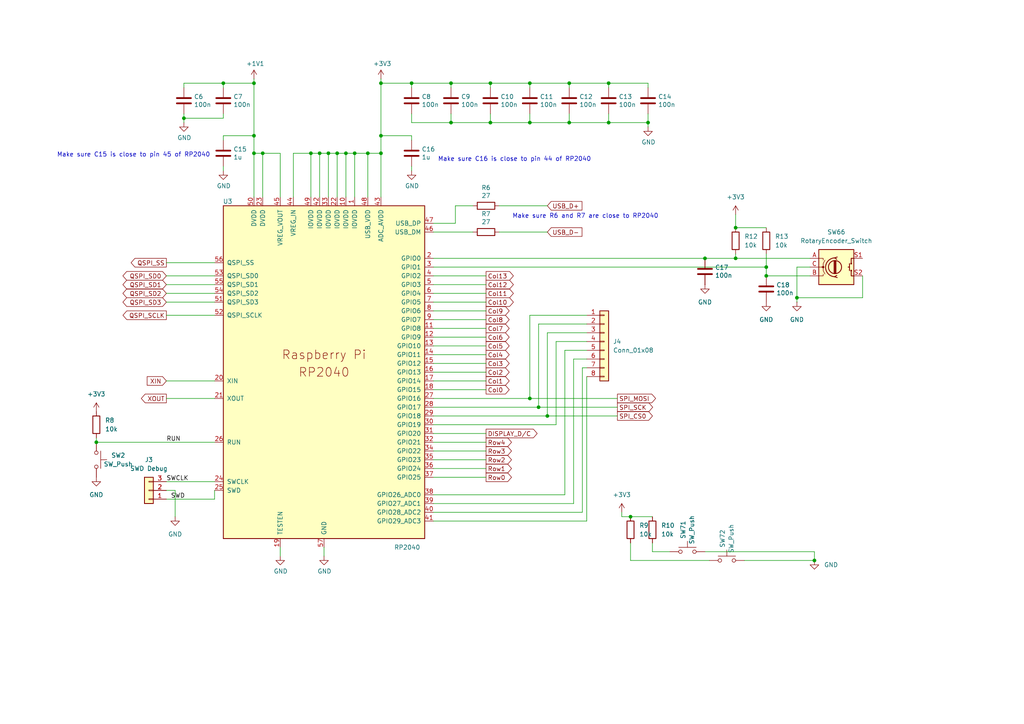
<source format=kicad_sch>
(kicad_sch (version 20250114) (generator "eeschema") (generator_version "9.0")
  (paper "A4")
  (lib_symbols
    (symbol "Connector_Generic:Conn_01x03" (pin_names (offset 1.016) (hide yes))
      (property "Reference" "J" (at 0 5.08 0))
      (property "Value" "Conn_01x03" (at 0 -5.08 0))
      (symbol "Conn_01x03_1_1"
        (rectangle (start -1.27 3.81) (end 1.27 -3.81) (stroke (width 0.254)) (fill (type background)))
        (rectangle (start -1.27 2.667) (end 0 2.413) (stroke (width 0.1524)))
        (rectangle (start -1.27 0.127) (end 0 -0.127) (stroke (width 0.1524)))
        (rectangle (start -1.27 -2.413) (end 0 -2.667) (stroke (width 0.1524)))
        (pin passive line (at -5.08 2.54 0) (length 3.81) (name "Pin_1") (number "1"))
        (pin passive line (at -5.08 0 0) (length 3.81) (name "Pin_2") (number "2"))
        (pin passive line (at -5.08 -2.54 0) (length 3.81) (name "Pin_3") (number "3"))
      )
    )
    (symbol "Connector_Generic:Conn_01x08" (pin_names (offset 1.016) (hide yes))
      (property "Reference" "J" (at 0 10.16 0))
      (property "Value" "Conn_01x08" (at 0 -12.7 0))
      (symbol "Conn_01x08_1_1"
        (rectangle (start -1.27 8.89) (end 1.27 -11.43) (stroke (width 0.254)) (fill (type background)))
        (rectangle (start -1.27 7.747) (end 0 7.493) (stroke (width 0.1524)))
        (rectangle (start -1.27 5.207) (end 0 4.953) (stroke (width 0.1524)))
        (rectangle (start -1.27 2.667) (end 0 2.413) (stroke (width 0.1524)))
        (rectangle (start -1.27 0.127) (end 0 -0.127) (stroke (width 0.1524)))
        (rectangle (start -1.27 -2.413) (end 0 -2.667) (stroke (width 0.1524)))
        (rectangle (start -1.27 -4.953) (end 0 -5.207) (stroke (width 0.1524)))
        (rectangle (start -1.27 -7.493) (end 0 -7.747) (stroke (width 0.1524)))
        (rectangle (start -1.27 -10.033) (end 0 -10.287) (stroke (width 0.1524)))
        (pin passive line (at -5.08 7.62 0) (length 3.81) (name "Pin_1") (number "1"))
        (pin passive line (at -5.08 5.08 0) (length 3.81) (name "Pin_2") (number "2"))
        (pin passive line (at -5.08 2.54 0) (length 3.81) (name "Pin_3") (number "3"))
        (pin passive line (at -5.08 0 0) (length 3.81) (name "Pin_4") (number "4"))
        (pin passive line (at -5.08 -2.54 0) (length 3.81) (name "Pin_5") (number "5"))
        (pin passive line (at -5.08 -5.08 0) (length 3.81) (name "Pin_6") (number "6"))
        (pin passive line (at -5.08 -7.62 0) (length 3.81) (name "Pin_7") (number "7"))
        (pin passive line (at -5.08 -10.16 0) (length 3.81) (name "Pin_8") (number "8"))
      )
    )
    (symbol "Device:C" (pin_numbers (hide yes)) (pin_names (offset 0.254))
      (property "Reference" "C" (at 0.635 2.54 0))
      (property "Value" "C" (at 0.635 -2.54 0))
      (symbol "C_0_1"
        (polyline (pts (xy -2.032 0.762) (xy 2.032 0.762)) (stroke (width 0.508)))
        (polyline (pts (xy -2.032 -0.762) (xy 2.032 -0.762)) (stroke (width 0.508)))
      )
      (symbol "C_1_1"
        (pin passive line (at 0 3.81 270) (length 2.794) (name "~") (number "1"))
        (pin passive line (at 0 -3.81 90) (length 2.794) (name "~") (number "2"))
      )
    )
    (symbol "Device:R" (pin_numbers (hide yes)) (pin_names (offset 0))
      (property "Reference" "R" (at 2.032 0 90))
      (property "Value" "R" (at 0 0 90))
      (symbol "R_0_1"
        (rectangle (start -1.016 -2.54) (end 1.016 2.54) (stroke (width 0.254)))
      )
      (symbol "R_1_1"
        (pin passive line (at 0 3.81 270) (length 1.27) (name "~") (number "1"))
        (pin passive line (at 0 -3.81 90) (length 1.27) (name "~") (number "2"))
      )
    )
    (symbol "Device:RotaryEncoder_Switch" (pin_names (offset 0.254) (hide yes))
      (property "Reference" "SW" (at 0 6.604 0))
      (property "Value" "RotaryEncoder_Switch" (at 0 -6.604 0))
      (symbol "RotaryEncoder_Switch_0_1"
        (rectangle (start -5.08 5.08) (end 5.08 -5.08) (stroke (width 0.254)) (fill (type background)))
        (polyline (pts (xy -5.08 2.54) (xy -3.81 2.54) (xy -3.81 2.032)))
        (polyline (pts (xy -5.08 0) (xy -3.81 0) (xy -3.81 -1.016) (xy -3.302 -2.032)))
        (polyline (pts (xy -5.08 -2.54) (xy -3.81 -2.54) (xy -3.81 -2.032)))
        (polyline (pts (xy -4.318 0) (xy -3.81 0) (xy -3.81 1.016) (xy -3.302 2.032)))
        (circle (center -3.81 0) (radius 0.254) (fill (type outline)))
        (polyline (pts (xy -0.635 -1.778) (xy -0.635 1.778)) (stroke (width 0.254)))
        (circle (center -0.381 0) (radius 1.905) (stroke (width 0.254)))
        (polyline (pts (xy -0.381 -1.778) (xy -0.381 1.778)) (stroke (width 0.254)))
        (arc (start -0.381 -2.794) (mid -3.0988 -0.0635) (end -0.381 2.667) (stroke (width 0.254)))
        (polyline (pts (xy -0.127 1.778) (xy -0.127 -1.778)) (stroke (width 0.254)))
        (polyline (pts (xy 0.254 2.921) (xy -0.508 2.667) (xy 0.127 2.286)) (stroke (width 0.254)))
        (polyline (pts (xy 0.254 -3.048) (xy -0.508 -2.794) (xy 0.127 -2.413)) (stroke (width 0.254)))
        (polyline (pts (xy 3.81 1.016) (xy 3.81 -1.016)) (stroke (width 0.254)))
        (polyline (pts (xy 3.81 0) (xy 3.429 0)) (stroke (width 0.254)))
        (circle (center 4.318 1.016) (radius 0.127) (stroke (width 0.254)))
        (circle (center 4.318 -1.016) (radius 0.127) (stroke (width 0.254)))
        (polyline (pts (xy 5.08 2.54) (xy 4.318 2.54) (xy 4.318 1.016)) (stroke (width 0.254)))
        (polyline (pts (xy 5.08 -2.54) (xy 4.318 -2.54) (xy 4.318 -1.016)) (stroke (width 0.254)))
      )
      (symbol "RotaryEncoder_Switch_1_1"
        (pin passive line (at -7.62 2.54 0) (length 2.54) (name "A") (number "A"))
        (pin passive line (at -7.62 0 0) (length 2.54) (name "C") (number "C"))
        (pin passive line (at -7.62 -2.54 0) (length 2.54) (name "B") (number "B"))
        (pin passive line (at 7.62 2.54 180) (length 2.54) (name "S1") (number "S1"))
        (pin passive line (at 7.62 -2.54 180) (length 2.54) (name "S2") (number "S2"))
      )
    )
    (symbol "GND_1" (power) (pin_numbers (hide yes)) (pin_names (offset 0) (hide yes))
      (property "Value" "GND" (at 0 -3.81 0))
      (symbol "GND_1_0_1"
        (polyline (pts (xy 0 0) (xy 0 -1.27) (xy 1.27 -1.27) (xy 0 -2.54) (xy -1.27 -1.27) (xy 0 -1.27)))
      )
      (symbol "GND_1_1_1"
        (pin power_in line (at 0 0 270) (length 0) (name "~") (number "1"))
      )
    )
    (symbol "MCU_RaspberryPi_RP2040:RP2040" (pin_names (offset 1.016))
      (property "Reference" "U" (at -29.21 49.53 0))
      (property "Value" "RP2040" (at 24.13 -49.53 0))
      (symbol "RP2040_0_0"
        (text "Raspberry Pi" (at 0 5.08 0) (effects (font (size 2.54 2.54))))
        (text "RP2040" (at 0 0 0) (effects (font (size 2.54 2.54))))
      )
      (symbol "RP2040_0_1"
        (rectangle (start 29.21 48.26) (end -29.21 -48.26) (stroke (width 0.254)) (fill (type background)))
      )
      (symbol "RP2040_1_1"
        (pin bidirectional line (at -31.75 31.75 0) (length 2.54) (name "QSPI_SS") (number "56"))
        (pin bidirectional line (at -31.75 27.94 0) (length 2.54) (name "QSPI_SD0") (number "53"))
        (pin bidirectional line (at -31.75 25.4 0) (length 2.54) (name "QSPI_SD1") (number "55"))
        (pin bidirectional line (at -31.75 22.86 0) (length 2.54) (name "QSPI_SD2") (number "54"))
        (pin bidirectional line (at -31.75 20.32 0) (length 2.54) (name "QSPI_SD3") (number "51"))
        (pin output line (at -31.75 16.51 0) (length 2.54) (name "QSPI_SCLK") (number "52"))
        (pin input line (at -31.75 -2.54 0) (length 2.54) (name "XIN") (number "20"))
        (pin passive line (at -31.75 -7.62 0) (length 2.54) (name "XOUT") (number "21"))
        (pin input line (at -31.75 -20.32 0) (length 2.54) (name "RUN") (number "26"))
        (pin output line (at -31.75 -31.75 0) (length 2.54) (name "SWCLK") (number "24"))
        (pin bidirectional line (at -31.75 -34.29 0) (length 2.54) (name "SWD") (number "25"))
        (pin power_in line (at -20.32 50.8 270) (length 2.54) (name "DVDD") (number "50"))
        (pin power_in line (at -17.78 50.8 270) (length 2.54) (name "DVDD") (number "23"))
        (pin power_out line (at -12.7 50.8 270) (length 2.54) (name "VREG_VOUT") (number "45"))
        (pin passive line (at -12.7 -50.8 90) (length 2.54) (name "TESTEN") (number "19"))
        (pin power_in line (at -8.89 50.8 270) (length 2.54) (name "VREG_IN") (number "44"))
        (pin power_in line (at -3.81 50.8 270) (length 2.54) (name "IOVDD") (number "49"))
        (pin power_in line (at -1.27 50.8 270) (length 2.54) (name "IOVDD") (number "42"))
        (pin power_in line (at 0 -50.8 90) (length 2.54) (name "GND") (number "57"))
        (pin power_in line (at 1.27 50.8 270) (length 2.54) (name "IOVDD") (number "33"))
        (pin power_in line (at 3.81 50.8 270) (length 2.54) (name "IOVDD") (number "22"))
        (pin power_in line (at 6.35 50.8 270) (length 2.54) (name "IOVDD") (number "10"))
        (pin power_in line (at 8.89 50.8 270) (length 2.54) (name "IOVDD") (number "1"))
        (pin power_in line (at 12.7 50.8 270) (length 2.54) (name "USB_VDD") (number "48"))
        (pin power_in line (at 16.51 50.8 270) (length 2.54) (name "ADC_AVDD") (number "43"))
        (pin bidirectional line (at 31.75 43.18 180) (length 2.54) (name "USB_DP") (number "47"))
        (pin bidirectional line (at 31.75 40.64 180) (length 2.54) (name "USB_DM") (number "46"))
        (pin bidirectional line (at 31.75 33.02 180) (length 2.54) (name "GPIO0") (number "2"))
        (pin bidirectional line (at 31.75 30.48 180) (length 2.54) (name "GPIO1") (number "3"))
        (pin bidirectional line (at 31.75 27.94 180) (length 2.54) (name "GPIO2") (number "4"))
        (pin bidirectional line (at 31.75 25.4 180) (length 2.54) (name "GPIO3") (number "5"))
        (pin bidirectional line (at 31.75 22.86 180) (length 2.54) (name "GPIO4") (number "6"))
        (pin bidirectional line (at 31.75 20.32 180) (length 2.54) (name "GPIO5") (number "7"))
        (pin bidirectional line (at 31.75 17.78 180) (length 2.54) (name "GPIO6") (number "8"))
        (pin bidirectional line (at 31.75 15.24 180) (length 2.54) (name "GPIO7") (number "9"))
        (pin bidirectional line (at 31.75 12.7 180) (length 2.54) (name "GPIO8") (number "11"))
        (pin bidirectional line (at 31.75 10.16 180) (length 2.54) (name "GPIO9") (number "12"))
        (pin bidirectional line (at 31.75 7.62 180) (length 2.54) (name "GPIO10") (number "13"))
        (pin bidirectional line (at 31.75 5.08 180) (length 2.54) (name "GPIO11") (number "14"))
        (pin bidirectional line (at 31.75 2.54 180) (length 2.54) (name "GPIO12") (number "15"))
        (pin bidirectional line (at 31.75 0 180) (length 2.54) (name "GPIO13") (number "16"))
        (pin bidirectional line (at 31.75 -2.54 180) (length 2.54) (name "GPIO14") (number "17"))
        (pin bidirectional line (at 31.75 -5.08 180) (length 2.54) (name "GPIO15") (number "18"))
        (pin bidirectional line (at 31.75 -7.62 180) (length 2.54) (name "GPIO16") (number "27"))
        (pin bidirectional line (at 31.75 -10.16 180) (length 2.54) (name "GPIO17") (number "28"))
        (pin bidirectional line (at 31.75 -12.7 180) (length 2.54) (name "GPIO18") (number "29"))
        (pin bidirectional line (at 31.75 -15.24 180) (length 2.54) (name "GPIO19") (number "30"))
        (pin bidirectional line (at 31.75 -17.78 180) (length 2.54) (name "GPIO20") (number "31"))
        (pin bidirectional line (at 31.75 -20.32 180) (length 2.54) (name "GPIO21") (number "32"))
        (pin bidirectional line (at 31.75 -22.86 180) (length 2.54) (name "GPIO22") (number "34"))
        (pin bidirectional line (at 31.75 -25.4 180) (length 2.54) (name "GPIO23") (number "35"))
        (pin bidirectional line (at 31.75 -27.94 180) (length 2.54) (name "GPIO24") (number "36"))
        (pin bidirectional line (at 31.75 -30.48 180) (length 2.54) (name "GPIO25") (number "37"))
        (pin bidirectional line (at 31.75 -35.56 180) (length 2.54) (name "GPIO26_ADC0") (number "38"))
        (pin bidirectional line (at 31.75 -38.1 180) (length 2.54) (name "GPIO27_ADC1") (number "39"))
        (pin bidirectional line (at 31.75 -40.64 180) (length 2.54) (name "GPIO28_ADC2") (number "40"))
        (pin bidirectional line (at 31.75 -43.18 180) (length 2.54) (name "GPIO29_ADC3") (number "41"))
      )
    )
    (symbol "Switch:SW_Push" (pin_numbers (hide yes)) (pin_names (offset 1.016) (hide yes))
      (property "Reference" "SW" (at 1.27 2.54 0))
      (property "Value" "SW_Push" (at 0 -1.524 0))
      (symbol "SW_Push_0_1"
        (circle (center -2.032 0) (radius 0.508))
        (polyline (pts (xy 0 1.27) (xy 0 3.048)))
        (circle (center 2.032 0) (radius 0.508))
        (polyline (pts (xy 2.54 1.27) (xy -2.54 1.27)))
        (pin passive line (at -5.08 0 0) (length 2.54) (name "1") (number "1"))
        (pin passive line (at 5.08 0 180) (length 2.54) (name "2") (number "2"))
      )
    )
    (symbol "power:+1V1" (power) (pin_names (offset 0))
      (property "Value" "+1V1" (at 0 3.556 0))
      (symbol "+1V1_0_1"
        (polyline (pts (xy -0.762 1.27) (xy 0 2.54)))
        (polyline (pts (xy 0 2.54) (xy 0.762 1.27)))
        (polyline (pts (xy 0 0) (xy 0 2.54)))
      )
      (symbol "+1V1_1_1"
        (pin power_in line (at 0 0 90) (length 0) (hide yes) (name "+1V1") (number "1"))
      )
    )
    (symbol "power:+3V3" (power) (pin_names (offset 0))
      (property "Value" "+3V3" (at 0 3.556 0))
      (symbol "+3V3_0_1"
        (polyline (pts (xy -0.762 1.27) (xy 0 2.54)))
        (polyline (pts (xy 0 2.54) (xy 0.762 1.27)))
        (polyline (pts (xy 0 0) (xy 0 2.54)))
      )
      (symbol "+3V3_1_1"
        (pin power_in line (at 0 0 90) (length 0) (hide yes) (name "+3V3") (number "1"))
      )
    )
    (symbol "power:GND" (power) (pin_names (offset 0))
      (property "Value" "GND" (at 0 -3.81 0))
      (symbol "GND_0_1"
        (polyline (pts (xy 0 0) (xy 0 -1.27) (xy 1.27 -1.27) (xy 0 -2.54) (xy -1.27 -1.27) (xy 0 -1.27)))
      )
      (symbol "GND_1_1"
        (pin power_in line (at 0 0 270) (length 0) (hide yes) (name "GND") (number "1"))
      )
    )
  )
  (text "Make sure C16 is close to pin 44 of RP2040" (at 127 46.99 0) (effects (font (size 1.27 1.27)) (justify left bottom)))
  (text "Make sure C15 is close to pin 45 of RP2040" (at 16.51 45.72 0) (effects (font (size 1.27 1.27)) (justify left bottom)))
  (text "Make sure R6 and R7 are close to RP2040" (at 148.59 63.5 0) (effects (font (size 1.27 1.27)) (justify left bottom)))
  (junction (at 102.87 44.45))
  (junction (at 73.66 24.13))
  (junction (at 176.53 24.13))
  (junction (at 236.22 162.56))
  (junction (at 64.77 24.13))
  (junction (at 142.24 35.56))
  (junction (at 165.1 35.56))
  (junction (at 213.36 66.04))
  (junction (at 153.67 115.57))
  (junction (at 130.81 24.13))
  (junction (at 130.81 35.56))
  (junction (at 73.66 44.45))
  (junction (at 204.47 74.93))
  (junction (at 92.71 44.45))
  (junction (at 153.67 24.13))
  (junction (at 95.25 44.45))
  (junction (at 119.38 24.13))
  (junction (at 222.25 77.47))
  (junction (at 27.94 128.27))
  (junction (at 73.66 39.37))
  (junction (at 110.49 44.45))
  (junction (at 156.21 118.11))
  (junction (at 231.14 86.36))
  (junction (at 158.75 120.65))
  (junction (at 110.49 39.37))
  (junction (at 182.88 149.86))
  (junction (at 110.49 24.13))
  (junction (at 97.79 44.45))
  (junction (at 142.24 24.13))
  (junction (at 153.67 35.56))
  (junction (at 76.2 44.45))
  (junction (at 106.68 44.45))
  (junction (at 100.33 44.45))
  (junction (at 213.36 74.93))
  (junction (at 187.96 35.56))
  (junction (at 176.53 35.56))
  (junction (at 53.34 34.29))
  (junction (at 90.17 44.45))
  (junction (at 222.25 80.01))
  (junction (at 165.1 24.13))
  (wire (pts (xy 176.53 25.4) (xy 176.53 24.13)))
  (wire (pts (xy 234.95 77.47) (xy 231.14 77.47)))
  (wire (pts (xy 48.26 142.24) (xy 50.8 142.24)))
  (wire (pts (xy 204.47 160.02) (xy 236.22 160.02)))
  (wire (pts (xy 119.38 24.13) (xy 130.81 24.13)))
  (wire (pts (xy 213.36 66.04) (xy 222.25 66.04)))
  (wire (pts (xy 130.81 24.13) (xy 142.24 24.13)))
  (wire (pts (xy 125.73 118.11) (xy 156.21 118.11)))
  (wire (pts (xy 64.77 24.13) (xy 73.66 24.13)))
  (wire (pts (xy 165.1 33.02) (xy 165.1 35.56)))
  (wire (pts (xy 53.34 34.29) (xy 64.77 34.29)))
  (wire (pts (xy 130.81 35.56) (xy 119.38 35.56)))
  (wire (pts (xy 125.73 110.49) (xy 140.97 110.49)))
  (wire (pts (xy 50.8 142.24) (xy 50.8 149.86)))
  (wire (pts (xy 125.73 82.55) (xy 140.97 82.55)))
  (wire (pts (xy 95.25 57.15) (xy 95.25 44.45)))
  (wire (pts (xy 110.49 39.37) (xy 110.49 44.45)))
  (wire (pts (xy 130.81 25.4) (xy 130.81 24.13)))
  (wire (pts (xy 92.71 57.15) (xy 92.71 44.45)))
  (wire (pts (xy 81.28 57.15) (xy 81.28 44.45)))
  (wire (pts (xy 231.14 86.36) (xy 231.14 87.63)))
  (wire (pts (xy 168.91 148.59) (xy 168.91 106.68)))
  (wire (pts (xy 85.09 44.45) (xy 90.17 44.45)))
  (wire (pts (xy 170.18 96.52) (xy 158.75 96.52)))
  (wire (pts (xy 125.73 133.35) (xy 140.97 133.35)))
  (wire (pts (xy 119.38 48.26) (xy 119.38 49.53)))
  (wire (pts (xy 27.94 128.27) (xy 62.23 128.27)))
  (wire (pts (xy 106.68 57.15) (xy 106.68 44.45)))
  (wire (pts (xy 161.29 99.06) (xy 161.29 123.19)))
  (wire (pts (xy 168.91 106.68) (xy 170.18 106.68)))
  (wire (pts (xy 132.08 59.69) (xy 137.16 59.69)))
  (wire (pts (xy 64.77 25.4) (xy 64.77 24.13)))
  (wire (pts (xy 163.83 143.51) (xy 163.83 101.6)))
  (wire (pts (xy 176.53 24.13) (xy 187.96 24.13)))
  (wire (pts (xy 204.47 74.93) (xy 213.36 74.93)))
  (wire (pts (xy 215.9 162.56) (xy 236.22 162.56)))
  (wire (pts (xy 100.33 57.15) (xy 100.33 44.45)))
  (wire (pts (xy 48.26 110.49) (xy 62.23 110.49)))
  (wire (pts (xy 73.66 44.45) (xy 73.66 57.15)))
  (wire (pts (xy 142.24 25.4) (xy 142.24 24.13)))
  (wire (pts (xy 125.73 120.65) (xy 158.75 120.65)))
  (wire (pts (xy 213.36 74.93) (xy 234.95 74.93)))
  (wire (pts (xy 53.34 24.13) (xy 64.77 24.13)))
  (wire (pts (xy 144.78 59.69) (xy 158.75 59.69)))
  (wire (pts (xy 53.34 33.02) (xy 53.34 34.29)))
  (wire (pts (xy 125.73 138.43) (xy 140.97 138.43)))
  (wire (pts (xy 48.26 144.78) (xy 62.23 144.78)))
  (wire (pts (xy 64.77 34.29) (xy 64.77 33.02)))
  (wire (pts (xy 125.73 115.57) (xy 153.67 115.57)))
  (wire (pts (xy 125.73 135.89) (xy 140.97 135.89)))
  (wire (pts (xy 156.21 93.98) (xy 156.21 118.11)))
  (wire (pts (xy 176.53 35.56) (xy 165.1 35.56)))
  (wire (pts (xy 53.34 25.4) (xy 53.34 24.13)))
  (wire (pts (xy 125.73 67.31) (xy 137.16 67.31)))
  (wire (pts (xy 110.49 39.37) (xy 119.38 39.37)))
  (wire (pts (xy 125.73 143.51) (xy 163.83 143.51)))
  (wire (pts (xy 125.73 97.79) (xy 140.97 97.79)))
  (wire (pts (xy 222.25 73.66) (xy 222.25 77.47)))
  (wire (pts (xy 125.73 151.13) (xy 170.18 151.13)))
  (wire (pts (xy 153.67 24.13) (xy 165.1 24.13)))
  (wire (pts (xy 85.09 57.15) (xy 85.09 44.45)))
  (wire (pts (xy 153.67 25.4) (xy 153.67 24.13)))
  (wire (pts (xy 62.23 142.24) (xy 62.23 144.78)))
  (wire (pts (xy 48.26 87.63) (xy 62.23 87.63)))
  (wire (pts (xy 234.95 80.01) (xy 222.25 80.01)))
  (wire (pts (xy 125.73 113.03) (xy 140.97 113.03)))
  (wire (pts (xy 125.73 123.19) (xy 161.29 123.19)))
  (wire (pts (xy 153.67 115.57) (xy 179.07 115.57)))
  (wire (pts (xy 81.28 44.45) (xy 76.2 44.45)))
  (wire (pts (xy 62.23 91.44) (xy 48.26 91.44)))
  (wire (pts (xy 76.2 57.15) (xy 76.2 44.45)))
  (wire (pts (xy 125.73 77.47) (xy 222.25 77.47)))
  (wire (pts (xy 180.34 149.86) (xy 180.34 148.59)))
  (wire (pts (xy 90.17 57.15) (xy 90.17 44.45)))
  (wire (pts (xy 73.66 39.37) (xy 73.66 44.45)))
  (wire (pts (xy 231.14 77.47) (xy 231.14 86.36)))
  (wire (pts (xy 125.73 74.93) (xy 204.47 74.93)))
  (wire (pts (xy 64.77 48.26) (xy 64.77 49.53)))
  (wire (pts (xy 170.18 93.98) (xy 156.21 93.98)))
  (wire (pts (xy 170.18 91.44) (xy 153.67 91.44)))
  (wire (pts (xy 213.36 62.23) (xy 213.36 66.04)))
  (wire (pts (xy 73.66 24.13) (xy 73.66 39.37)))
  (wire (pts (xy 110.49 44.45) (xy 110.49 57.15)))
  (wire (pts (xy 213.36 73.66) (xy 213.36 74.93)))
  (wire (pts (xy 93.98 158.75) (xy 93.98 161.29)))
  (wire (pts (xy 125.73 64.77) (xy 132.08 64.77)))
  (wire (pts (xy 27.94 128.27) (xy 27.94 127)))
  (wire (pts (xy 125.73 102.87) (xy 140.97 102.87)))
  (wire (pts (xy 166.37 146.05) (xy 125.73 146.05)))
  (wire (pts (xy 81.28 158.75) (xy 81.28 161.29)))
  (wire (pts (xy 48.26 80.01) (xy 62.23 80.01)))
  (wire (pts (xy 165.1 25.4) (xy 165.1 24.13)))
  (wire (pts (xy 153.67 91.44) (xy 153.67 115.57)))
  (wire (pts (xy 165.1 24.13) (xy 176.53 24.13)))
  (wire (pts (xy 236.22 160.02) (xy 236.22 162.56)))
  (wire (pts (xy 182.88 162.56) (xy 205.74 162.56)))
  (wire (pts (xy 48.26 82.55) (xy 62.23 82.55)))
  (wire (pts (xy 144.78 67.31) (xy 158.75 67.31)))
  (wire (pts (xy 165.1 35.56) (xy 153.67 35.56)))
  (wire (pts (xy 125.73 85.09) (xy 140.97 85.09)))
  (wire (pts (xy 125.73 128.27) (xy 140.97 128.27)))
  (wire (pts (xy 125.73 148.59) (xy 168.91 148.59)))
  (wire (pts (xy 106.68 44.45) (xy 110.49 44.45)))
  (wire (pts (xy 125.73 100.33) (xy 140.97 100.33)))
  (wire (pts (xy 187.96 35.56) (xy 187.96 36.83)))
  (wire (pts (xy 95.25 44.45) (xy 97.79 44.45)))
  (wire (pts (xy 125.73 105.41) (xy 140.97 105.41)))
  (wire (pts (xy 182.88 157.48) (xy 182.88 162.56)))
  (wire (pts (xy 187.96 25.4) (xy 187.96 24.13)))
  (wire (pts (xy 170.18 99.06) (xy 161.29 99.06)))
  (wire (pts (xy 170.18 104.14) (xy 166.37 104.14)))
  (wire (pts (xy 250.19 86.36) (xy 231.14 86.36)))
  (wire (pts (xy 73.66 22.86) (xy 73.66 24.13)))
  (wire (pts (xy 250.19 80.01) (xy 250.19 86.36)))
  (wire (pts (xy 132.08 59.69) (xy 132.08 64.77)))
  (wire (pts (xy 125.73 95.25) (xy 140.97 95.25)))
  (wire (pts (xy 182.88 149.86) (xy 189.23 149.86)))
  (wire (pts (xy 158.75 96.52) (xy 158.75 120.65)))
  (wire (pts (xy 130.81 33.02) (xy 130.81 35.56)))
  (wire (pts (xy 102.87 44.45) (xy 102.87 57.15)))
  (wire (pts (xy 158.75 120.65) (xy 179.07 120.65)))
  (wire (pts (xy 125.73 130.81) (xy 140.97 130.81)))
  (wire (pts (xy 180.34 149.86) (xy 182.88 149.86)))
  (wire (pts (xy 97.79 44.45) (xy 100.33 44.45)))
  (wire (pts (xy 153.67 33.02) (xy 153.67 35.56)))
  (wire (pts (xy 170.18 109.22) (xy 170.18 151.13)))
  (wire (pts (xy 110.49 24.13) (xy 119.38 24.13)))
  (wire (pts (xy 64.77 39.37) (xy 73.66 39.37)))
  (wire (pts (xy 53.34 34.29) (xy 53.34 35.56)))
  (wire (pts (xy 125.73 80.01) (xy 140.97 80.01)))
  (wire (pts (xy 222.25 77.47) (xy 222.25 80.01)))
  (wire (pts (xy 64.77 40.64) (xy 64.77 39.37)))
  (wire (pts (xy 62.23 115.57) (xy 48.26 115.57)))
  (wire (pts (xy 163.83 101.6) (xy 170.18 101.6)))
  (wire (pts (xy 166.37 104.14) (xy 166.37 146.05)))
  (wire (pts (xy 176.53 35.56) (xy 187.96 35.56)))
  (wire (pts (xy 119.38 25.4) (xy 119.38 24.13)))
  (wire (pts (xy 125.73 125.73) (xy 140.97 125.73)))
  (wire (pts (xy 48.26 139.7) (xy 62.23 139.7)))
  (wire (pts (xy 62.23 76.2) (xy 48.26 76.2)))
  (wire (pts (xy 100.33 44.45) (xy 102.87 44.45)))
  (wire (pts (xy 125.73 87.63) (xy 140.97 87.63)))
  (wire (pts (xy 119.38 40.64) (xy 119.38 39.37)))
  (wire (pts (xy 125.73 107.95) (xy 140.97 107.95)))
  (wire (pts (xy 76.2 44.45) (xy 73.66 44.45)))
  (wire (pts (xy 48.26 85.09) (xy 62.23 85.09)))
  (wire (pts (xy 119.38 33.02) (xy 119.38 35.56)))
  (wire (pts (xy 97.79 57.15) (xy 97.79 44.45)))
  (wire (pts (xy 110.49 24.13) (xy 110.49 39.37)))
  (wire (pts (xy 142.24 24.13) (xy 153.67 24.13)))
  (wire (pts (xy 92.71 44.45) (xy 95.25 44.45)))
  (wire (pts (xy 156.21 118.11) (xy 179.07 118.11)))
  (wire (pts (xy 189.23 160.02) (xy 194.31 160.02)))
  (wire (pts (xy 125.73 92.71) (xy 140.97 92.71)))
  (wire (pts (xy 142.24 33.02) (xy 142.24 35.56)))
  (wire (pts (xy 189.23 157.48) (xy 189.23 160.02)))
  (wire (pts (xy 110.49 22.86) (xy 110.49 24.13)))
  (wire (pts (xy 153.67 35.56) (xy 142.24 35.56)))
  (wire (pts (xy 102.87 44.45) (xy 106.68 44.45)))
  (wire (pts (xy 90.17 44.45) (xy 92.71 44.45)))
  (wire (pts (xy 187.96 33.02) (xy 187.96 35.56)))
  (wire (pts (xy 176.53 33.02) (xy 176.53 35.56)))
  (wire (pts (xy 125.73 90.17) (xy 140.97 90.17)))
  (wire (pts (xy 142.24 35.56) (xy 130.81 35.56)))
  (label "SWD" (at 49.53 144.78 0))
  (label "SWCLK" (at 48.26 139.7 0))
  (label "RUN" (at 48.26 128.27 0))
  (global_label "Row1" (shape output) (at 140.97 135.89 0) (property "Intersheetrefs" "${INTERSHEET_REFS}" (effects (hide yes))))
  (global_label "SPI_MOSI" (shape output) (at 179.07 115.57 0) (property "Intersheetrefs" "${INTERSHEET_REFS}" (effects (hide yes))))
  (global_label "Col10" (shape output) (at 140.97 87.63 0) (property "Intersheetrefs" "${INTERSHEET_REFS}" (effects (hide yes))))
  (global_label "Col13" (shape output) (at 140.97 80.01 0) (property "Intersheetrefs" "${INTERSHEET_REFS}" (effects (hide yes))))
  (global_label "Row0" (shape output) (at 140.97 138.43 0) (property "Intersheetrefs" "${INTERSHEET_REFS}" (effects (hide yes))))
  (global_label "Row3" (shape output) (at 140.97 130.81 0) (property "Intersheetrefs" "${INTERSHEET_REFS}" (effects (hide yes))))
  (global_label "Col3" (shape output) (at 140.97 105.41 0) (property "Intersheetrefs" "${INTERSHEET_REFS}" (effects (hide yes))))
  (global_label "DISPLAY_D{slash}C" (shape output) (at 140.97 125.73 0) (property "Intersheetrefs" "${INTERSHEET_REFS}" (effects (hide yes))))
  (global_label "SPI_SCK" (shape output) (at 179.07 118.11 0) (property "Intersheetrefs" "${INTERSHEET_REFS}" (effects (hide yes))))
  (global_label "Col5" (shape output) (at 140.97 100.33 0) (property "Intersheetrefs" "${INTERSHEET_REFS}" (effects (hide yes))))
  (global_label "QSPI_SCLK" (shape output) (at 48.26 91.44 180) (property "Intersheetrefs" "${INTERSHEET_REFS}" (effects (hide yes))))
  (global_label "QSPI_SD2" (shape bidirectional) (at 48.26 85.09 180) (property "Intersheetrefs" "${INTERSHEET_REFS}" (effects (hide yes))))
  (global_label "Row4" (shape output) (at 140.97 128.27 0) (property "Intersheetrefs" "${INTERSHEET_REFS}" (effects (hide yes))))
  (global_label "Col2" (shape output) (at 140.97 107.95 0) (property "Intersheetrefs" "${INTERSHEET_REFS}" (effects (hide yes))))
  (global_label "USB_D-" (shape input) (at 158.75 67.31 0) (property "Intersheetrefs" "${INTERSHEET_REFS}" (effects (hide yes))))
  (global_label "Col0" (shape output) (at 140.97 113.03 0) (property "Intersheetrefs" "${INTERSHEET_REFS}" (effects (hide yes))))
  (global_label "Col7" (shape output) (at 140.97 95.25 0) (property "Intersheetrefs" "${INTERSHEET_REFS}" (effects (hide yes))))
  (global_label "QSPI_SD3" (shape bidirectional) (at 48.26 87.63 180) (property "Intersheetrefs" "${INTERSHEET_REFS}" (effects (hide yes))))
  (global_label "QSPI_SD0" (shape bidirectional) (at 48.26 80.01 180) (property "Intersheetrefs" "${INTERSHEET_REFS}" (effects (hide yes))))
  (global_label "Col9" (shape output) (at 140.97 90.17 0) (property "Intersheetrefs" "${INTERSHEET_REFS}" (effects (hide yes))))
  (global_label "QSPI_SD1" (shape bidirectional) (at 48.26 82.55 180) (property "Intersheetrefs" "${INTERSHEET_REFS}" (effects (hide yes))))
  (global_label "QSPI_SS" (shape output) (at 48.26 76.2 180) (property "Intersheetrefs" "${INTERSHEET_REFS}" (effects (hide yes))))
  (global_label "Row2" (shape output) (at 140.97 133.35 0) (property "Intersheetrefs" "${INTERSHEET_REFS}" (effects (hide yes))))
  (global_label "XIN" (shape input) (at 48.26 110.49 180) (property "Intersheetrefs" "${INTERSHEET_REFS}" (effects (hide yes))))
  (global_label "Col12" (shape output) (at 140.97 82.55 0) (property "Intersheetrefs" "${INTERSHEET_REFS}" (effects (hide yes))))
  (global_label "Col1" (shape output) (at 140.97 110.49 0) (property "Intersheetrefs" "${INTERSHEET_REFS}" (effects (hide yes))))
  (global_label "Col11" (shape output) (at 140.97 85.09 0) (property "Intersheetrefs" "${INTERSHEET_REFS}" (effects (hide yes))))
  (global_label "Col6" (shape output) (at 140.97 97.79 0) (property "Intersheetrefs" "${INTERSHEET_REFS}" (effects (hide yes))))
  (global_label "Col4" (shape output) (at 140.97 102.87 0) (property "Intersheetrefs" "${INTERSHEET_REFS}" (effects (hide yes))))
  (global_label "USB_D+" (shape input) (at 158.75 59.69 0) (property "Intersheetrefs" "${INTERSHEET_REFS}" (effects (hide yes))))
  (global_label "SPI_CS0" (shape output) (at 179.07 120.65 0) (property "Intersheetrefs" "${INTERSHEET_REFS}" (effects (hide yes))))
  (global_label "XOUT" (shape output) (at 48.26 115.57 180) (property "Intersheetrefs" "${INTERSHEET_REFS}" (effects (hide yes))))
  (global_label "Col8" (shape output) (at 140.97 92.71 0) (property "Intersheetrefs" "${INTERSHEET_REFS}" (effects (hide yes))))
  (symbol (lib_name "GND_1") (lib_id "power:GND") (at 204.47 82.55 0) (unit 1)
    (property "Reference" "#PWR034" (effects (hide yes)))
    (property "Value" "GND" (at 204.47 87.63 0))
    (property "Description" "Power symbol creates a global label with name \"GND\" , ground" (effects (hide yes)))
  )
  (symbol (lib_id "power:+3V3") (at 110.49 22.86 0) (unit 1)
    (property "Reference" "#PWR018" (effects (hide yes)))
    (property "Value" "+3V3" (at 110.871 18.4658 0))
  )
  (symbol (lib_name "GND_1") (lib_id "power:GND") (at 50.8 149.86 0) (unit 1)
    (property "Reference" "#PWR025" (effects (hide yes)))
    (property "Value" "GND" (at 50.8 154.94 0))
    (property "Description" "Power symbol creates a global label with name \"GND\" , ground" (effects (hide yes)))
  )
  (symbol (lib_id "Device:C") (at 130.81 29.21 0) (unit 1)
    (property "Reference" "C9" (at 133.731 28.0416 0) (effects (justify left)))
    (property "Value" "100n" (at 133.731 30.353 0) (effects (justify left)))
    (property "Footprint" "Capacitor_SMD:C_0603_1608Metric" (effects (hide yes)))
  )
  (symbol (lib_id "power:GND") (at 64.77 49.53 0) (unit 1)
    (property "Reference" "#PWR021" (effects (hide yes)))
    (property "Value" "GND" (at 64.897 53.9242 0))
  )
  (symbol (lib_id "Device:R") (at 140.97 67.31 270) (unit 1)
    (property "Reference" "R7" (at 140.97 62.0522 90))
    (property "Value" "27" (at 140.97 64.3636 90))
    (property "Footprint" "Resistor_SMD:R_0603_1608Metric" (effects (hide yes)))
  )
  (symbol (lib_id "Device:C") (at 53.34 29.21 0) (unit 1)
    (property "Reference" "C6" (at 56.261 28.0416 0) (effects (justify left)))
    (property "Value" "100n" (at 56.261 30.353 0) (effects (justify left)))
    (property "Footprint" "Capacitor_SMD:C_0603_1608Metric" (effects (hide yes)))
  )
  (symbol (lib_id "Device:C") (at 64.77 44.45 0) (unit 1)
    (property "Reference" "C15" (at 67.691 43.2816 0) (effects (justify left)))
    (property "Value" "1u" (at 67.691 45.593 0) (effects (justify left)))
    (property "Footprint" "Capacitor_SMD:C_0603_1608Metric" (effects (hide yes)))
  )
  (symbol (lib_id "Device:C") (at 119.38 44.45 0) (unit 1)
    (property "Reference" "C16" (at 122.301 43.2816 0) (effects (justify left)))
    (property "Value" "1u" (at 122.301 45.593 0) (effects (justify left)))
    (property "Footprint" "Capacitor_SMD:C_0603_1608Metric" (effects (hide yes)))
  )
  (symbol (lib_id "power:+1V1") (at 73.66 22.86 0) (unit 1)
    (property "Reference" "#PWR017" (effects (hide yes)))
    (property "Value" "+1V1" (at 74.041 18.4658 0))
  )
  (symbol (lib_id "Switch:SW_Push") (at 27.94 133.35 270) (unit 1)
    (property "Reference" "SW2" (at 34.29 132.08 90))
    (property "Value" "SW_Push" (at 34.29 134.62 90))
    (property "Footprint" "Button_Switch_SMD:SW_Push_1P1T_NO_CK_KMR2" (effects (hide yes)))
    (property "Description" "Push button switch, generic, two pins" (effects (hide yes)))
  )
  (symbol (lib_id "Device:R") (at 140.97 59.69 270) (unit 1)
    (property "Reference" "R6" (at 140.97 54.4322 90))
    (property "Value" "27" (at 140.97 56.7436 90))
    (property "Footprint" "Resistor_SMD:R_0603_1608Metric" (effects (hide yes)))
  )
  (symbol (lib_id "Device:RotaryEncoder_Switch") (at 242.57 77.47 0) (unit 1)
    (property "Reference" "SW66" (at 242.57 67.31 0))
    (property "Value" "RotaryEncoder_Switch" (at 242.57 69.85 0))
    (property "Description" "Rotary encoder, dual channel, incremental quadrate outputs, with switch" (effects (hide yes)))
  )
  (symbol (lib_id "power:+3V3") (at 27.94 119.38 0) (unit 1)
    (property "Reference" "#PWR023" (effects (hide yes)))
    (property "Value" "+3V3" (at 27.94 114.3 0))
    (property "Description" "Power symbol creates a global label with name \"+3V3\"" (effects (hide yes)))
  )
  (symbol (lib_id "power:GND") (at 187.96 36.83 0) (unit 1)
    (property "Reference" "#PWR020" (effects (hide yes)))
    (property "Value" "GND" (at 188.087 41.2242 0))
  )
  (symbol (lib_id "Switch:SW_Push") (at 210.82 162.56 0) (unit 1)
    (property "Reference" "SW72" (at 209.55 156.21 90))
    (property "Value" "SW_Push" (at 212.09 156.21 90))
    (property "Footprint" "Button_Switch_SMD:SW_Push_1P1T_NO_CK_KMR2" (effects (hide yes)))
    (property "Description" "Push button switch, generic, two pins" (effects (hide yes)))
  )
  (symbol (lib_id "power:GND") (at 81.28 161.29 0) (unit 1)
    (property "Reference" "#PWR026" (effects (hide yes)))
    (property "Value" "GND" (at 81.407 165.6842 0))
  )
  (symbol (lib_name "GND_1") (lib_id "power:GND") (at 222.25 87.63 0) (unit 1)
    (property "Reference" "#PWR033" (effects (hide yes)))
    (property "Value" "GND" (at 222.25 92.71 0))
    (property "Description" "Power symbol creates a global label with name \"GND\" , ground" (effects (hide yes)))
  )
  (symbol (lib_id "Device:C") (at 222.25 83.82 0) (unit 1)
    (property "Reference" "C18" (at 225.171 82.6516 0) (effects (justify left)))
    (property "Value" "100n" (at 225.171 84.963 0) (effects (justify left)))
    (property "Footprint" "Capacitor_SMD:C_0603_1608Metric" (effects (hide yes)))
  )
  (symbol (lib_id "power:+3V3") (at 180.34 148.59 0) (unit 1)
    (property "Reference" "#PWR031" (effects (hide yes)))
    (property "Value" "+3V3" (at 180.34 143.51 0))
    (property "Description" "Power symbol creates a global label with name \"+3V3\"" (effects (hide yes)))
  )
  (symbol (lib_id "power:GND") (at 53.34 35.56 0) (unit 1)
    (property "Reference" "#PWR019" (effects (hide yes)))
    (property "Value" "GND" (at 53.467 39.9542 0))
  )
  (symbol (lib_id "Device:C") (at 119.38 29.21 0) (unit 1)
    (property "Reference" "C8" (at 122.301 28.0416 0) (effects (justify left)))
    (property "Value" "100n" (at 122.301 30.353 0) (effects (justify left)))
    (property "Footprint" "Capacitor_SMD:C_0603_1608Metric" (effects (hide yes)))
  )
  (symbol (lib_id "Connector_Generic:Conn_01x03") (at 43.18 142.24 180) (unit 1)
    (property "Reference" "J3" (at 43.18 133.35 0))
    (property "Value" "SWD Debug" (at 43.18 135.89 0))
    (property "Footprint" "Connector:FanPinHeader_1x03_P2.54mm_Vertical" (effects (hide yes)))
    (property "Description" "Generic connector, single row, 01x03, script generated (kicad-library-utils/schlib/autogen/connector/)" (effects (hide yes)))
  )
  (symbol (lib_id "Device:C") (at 153.67 29.21 0) (unit 1)
    (property "Reference" "C11" (at 156.591 28.0416 0) (effects (justify left)))
    (property "Value" "100n" (at 156.591 30.353 0) (effects (justify left)))
    (property "Footprint" "Capacitor_SMD:C_0603_1608Metric" (effects (hide yes)))
  )
  (symbol (lib_id "Device:C") (at 142.24 29.21 0) (unit 1)
    (property "Reference" "C10" (at 145.161 28.0416 0) (effects (justify left)))
    (property "Value" "100n" (at 145.161 30.353 0) (effects (justify left)))
    (property "Footprint" "Capacitor_SMD:C_0603_1608Metric" (effects (hide yes)))
  )
  (symbol (lib_id "power:GND") (at 27.94 138.43 0) (unit 1)
    (property "Reference" "#PWR024" (effects (hide yes)))
    (property "Value" "GND" (at 27.94 143.51 0))
    (property "Description" "Power symbol creates a global label with name \"GND\" , ground" (effects (hide yes)))
  )
  (symbol (lib_id "Connector_Generic:Conn_01x08") (at 175.26 99.06 0) (unit 1)
    (property "Reference" "J4" (at 177.8 99.0599 0) (effects (justify left)))
    (property "Value" "Conn_01x08" (at 177.8 101.5999 0) (effects (justify left)))
    (property "Description" "Generic connector, single row, 01x08, script generated (kicad-library-utils/schlib/autogen/connector/)" (effects (hide yes)))
  )
  (symbol (lib_id "power:GND") (at 93.98 161.29 0) (unit 1)
    (property "Reference" "#PWR027" (effects (hide yes)))
    (property "Value" "GND" (at 94.107 165.6842 0))
  )
  (symbol (lib_name "GND_1") (lib_id "power:GND") (at 231.14 87.63 0) (unit 1)
    (property "Reference" "#PWR030" (effects (hide yes)))
    (property "Value" "GND" (at 231.14 92.71 0))
    (property "Description" "Power symbol creates a global label with name \"GND\" , ground" (effects (hide yes)))
  )
  (symbol (lib_id "Device:C") (at 187.96 29.21 0) (unit 1)
    (property "Reference" "C14" (at 190.881 28.0416 0) (effects (justify left)))
    (property "Value" "100n" (at 190.881 30.353 0) (effects (justify left)))
    (property "Footprint" "Capacitor_SMD:C_0603_1608Metric" (effects (hide yes)))
  )
  (symbol (lib_id "power:GND") (at 119.38 49.53 0) (unit 1)
    (property "Reference" "#PWR022" (effects (hide yes)))
    (property "Value" "GND" (at 119.507 53.9242 0))
  )
  (symbol (lib_id "Device:R") (at 213.36 69.85 0) (unit 1)
    (property "Reference" "R12" (at 215.9 68.5799 0) (effects (justify left)))
    (property "Value" "10k" (at 215.9 71.1199 0) (effects (justify left)))
    (property "Footprint" "Resistor_SMD:R_0603_1608Metric" (effects (hide yes)))
    (property "Description" "Resistor" (effects (hide yes)))
  )
  (symbol (lib_id "power:+3V3") (at 213.36 62.23 0) (unit 1)
    (property "Reference" "#PWR028" (effects (hide yes)))
    (property "Value" "+3V3" (at 213.36 57.15 0))
    (property "Description" "Power symbol creates a global label with name \"+3V3\"" (effects (hide yes)))
  )
  (symbol (lib_id "Device:C") (at 64.77 29.21 0) (unit 1)
    (property "Reference" "C7" (at 67.691 28.0416 0) (effects (justify left)))
    (property "Value" "100n" (at 67.691 30.353 0) (effects (justify left)))
    (property "Footprint" "Capacitor_SMD:C_0603_1608Metric" (effects (hide yes)))
  )
  (symbol (lib_id "Device:R") (at 189.23 153.67 0) (unit 1)
    (property "Reference" "R10" (at 191.77 152.3999 0) (effects (justify left)))
    (property "Value" "10k" (at 191.77 154.9399 0) (effects (justify left)))
    (property "Footprint" "Resistor_SMD:R_0603_1608Metric" (effects (hide yes)))
    (property "Description" "Resistor" (effects (hide yes)))
  )
  (symbol (lib_id "Switch:SW_Push") (at 199.39 160.02 0) (unit 1)
    (property "Reference" "SW71" (at 198.12 153.67 90))
    (property "Value" "SW_Push" (at 200.66 153.67 90))
    (property "Footprint" "Button_Switch_SMD:SW_Push_1P1T_NO_CK_KMR2" (effects (hide yes)))
    (property "Description" "Push button switch, generic, two pins" (effects (hide yes)))
  )
  (symbol (lib_id "Device:C") (at 204.47 78.74 0) (unit 1)
    (property "Reference" "C17" (at 207.391 77.5716 0) (effects (justify left)))
    (property "Value" "100n" (at 207.391 79.883 0) (effects (justify left)))
    (property "Footprint" "Capacitor_SMD:C_0603_1608Metric" (effects (hide yes)))
  )
  (symbol (lib_name "GND_1") (lib_id "power:GND") (at 236.22 162.56 0) (unit 1)
    (property "Reference" "#PWR029" (effects (hide yes)))
    (property "Value" "GND" (at 241.046 163.83 0))
    (property "Description" "Power symbol creates a global label with name \"GND\" , ground" (effects (hide yes)))
  )
  (symbol (lib_id "Device:R") (at 222.25 69.85 0) (unit 1)
    (property "Reference" "R13" (at 224.79 68.5799 0) (effects (justify left)))
    (property "Value" "10k" (at 224.79 71.1199 0) (effects (justify left)))
    (property "Footprint" "Resistor_SMD:R_0603_1608Metric" (effects (hide yes)))
    (property "Description" "Resistor" (effects (hide yes)))
  )
  (symbol (lib_id "Device:C") (at 165.1 29.21 0) (unit 1)
    (property "Reference" "C12" (at 168.021 28.0416 0) (effects (justify left)))
    (property "Value" "100n" (at 168.021 30.353 0) (effects (justify left)))
    (property "Footprint" "Capacitor_SMD:C_0603_1608Metric" (effects (hide yes)))
  )
  (symbol (lib_id "Device:R") (at 27.94 123.19 0) (unit 1)
    (property "Reference" "R8" (at 30.48 121.9199 0) (effects (justify left)))
    (property "Value" "10k" (at 30.48 124.4599 0) (effects (justify left)))
    (property "Footprint" "Resistor_SMD:R_0603_1608Metric" (effects (hide yes)))
    (property "Description" "Resistor" (effects (hide yes)))
  )
  (symbol (lib_id "Device:R") (at 182.88 153.67 0) (unit 1)
    (property "Reference" "R9" (at 185.42 152.3999 0) (effects (justify left)))
    (property "Value" "10k" (at 185.42 154.9399 0) (effects (justify left)))
    (property "Footprint" "Resistor_SMD:R_0603_1608Metric" (effects (hide yes)))
    (property "Description" "Resistor" (effects (hide yes)))
  )
  (symbol (lib_id "Device:C") (at 176.53 29.21 0) (unit 1)
    (property "Reference" "C13" (at 179.451 28.0416 0) (effects (justify left)))
    (property "Value" "100n" (at 179.451 30.353 0) (effects (justify left)))
    (property "Footprint" "Capacitor_SMD:C_0603_1608Metric" (effects (hide yes)))
  )
  (symbol (lib_id "MCU_RaspberryPi_RP2040:RP2040") (at 93.98 107.95 0) (unit 1)
    (property "Reference" "U3" (at 66.04 58.42 0))
    (property "Value" "RP2040" (at 118.11 158.75 0))
    (property "Footprint" "RP2040_minimal_r2:RP2040-QFN-56" (effects (hide yes)))
  )
)
</source>
